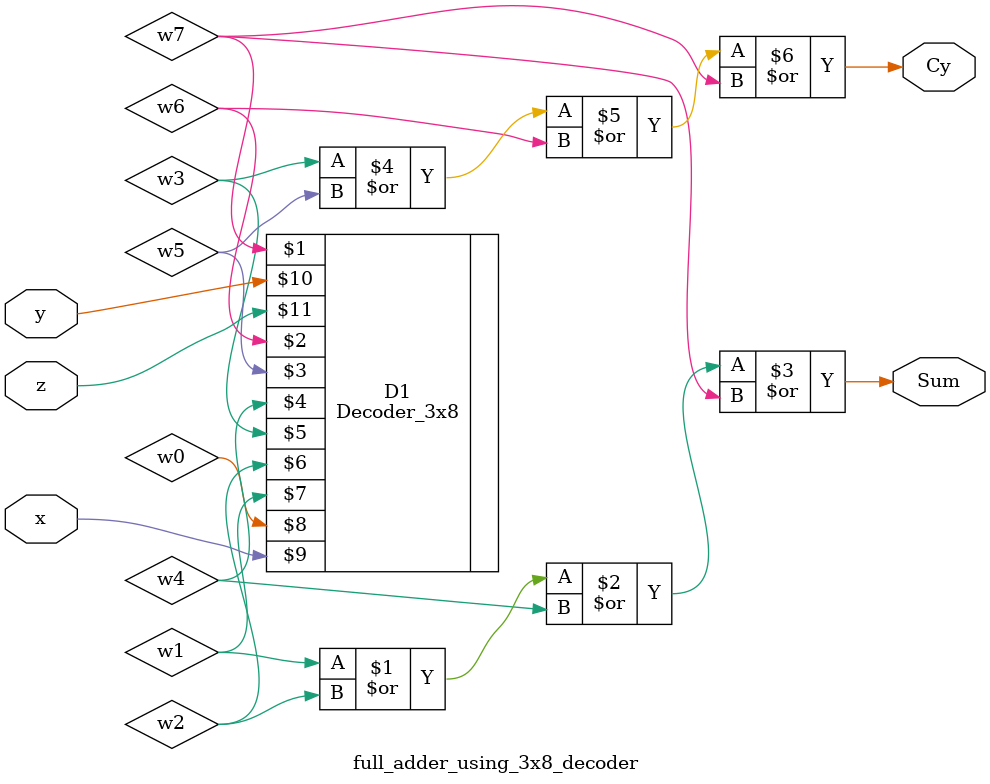
<source format=v>
`timescale 1ns / 1ps


module full_adder_using_3x8_decoder(output Sum,Cy,input x,y,z);
wire w7,w6,w5,w4,w3,w2,w1,w0;
Decoder_3x8 D1(w7,w6,w5,w4,w3,w2,w1,w0,x,y,z);
or O1(Sum,w1,w2,w4,w7);
or O2(Cy,w3,w5,w6,w7);
endmodule

</source>
